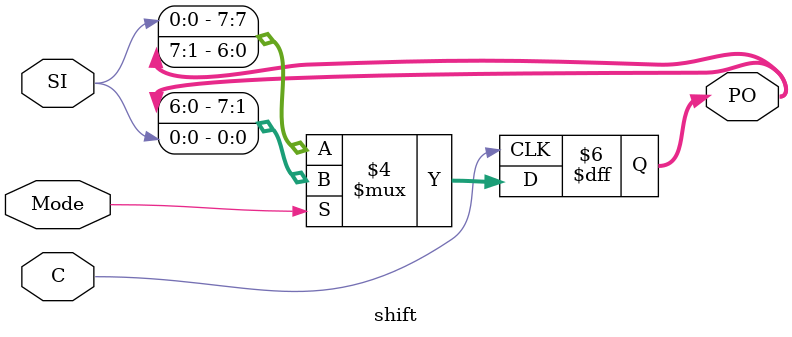
<source format=v>


module shift(C,SI,Mode,PO);
input C, SI,Mode;
output reg[7:0]PO;
initial begin
PO=8'b0;
end
always @(posedge C ) begin
	if (Mode) begin
		// reset
		PO<={PO[6:0],SI};
	end
	else begin
		PO<={SI,PO[7:1]};
	end
end
endmodule
</source>
